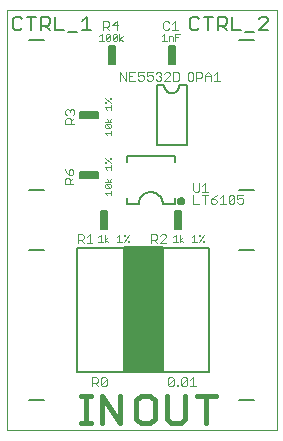
<source format=gto>
G75*
%MOIN*%
%OFA0B0*%
%FSLAX24Y24*%
%IPPOS*%
%LPD*%
%AMOC8*
5,1,8,0,0,1.08239X$1,22.5*
%
%ADD10C,0.0000*%
%ADD11C,0.0050*%
%ADD12C,0.0030*%
%ADD13C,0.0020*%
%ADD14C,0.0080*%
%ADD15C,0.0170*%
%ADD16C,0.0160*%
D10*
X000180Y000317D02*
X000180Y014317D01*
X009180Y014317D01*
X009180Y000317D01*
X000180Y000317D01*
D11*
X002532Y002265D02*
X006930Y002265D01*
X006930Y006416D01*
X002532Y006416D01*
X002532Y002265D01*
X004080Y002267D02*
X005380Y002267D01*
X005380Y006417D01*
X004080Y006417D01*
X004080Y002267D01*
X004080Y002305D02*
X005380Y002305D01*
X005380Y002354D02*
X004080Y002354D01*
X004080Y002402D02*
X005380Y002402D01*
X005380Y002451D02*
X004080Y002451D01*
X004080Y002499D02*
X005380Y002499D01*
X005380Y002548D02*
X004080Y002548D01*
X004080Y002596D02*
X005380Y002596D01*
X005380Y002645D02*
X004080Y002645D01*
X004080Y002693D02*
X005380Y002693D01*
X005380Y002742D02*
X004080Y002742D01*
X004080Y002790D02*
X005380Y002790D01*
X005380Y002839D02*
X004080Y002839D01*
X004080Y002887D02*
X005380Y002887D01*
X005380Y002936D02*
X004080Y002936D01*
X004080Y002984D02*
X005380Y002984D01*
X005380Y003033D02*
X004080Y003033D01*
X004080Y003081D02*
X005380Y003081D01*
X005380Y003130D02*
X004080Y003130D01*
X004080Y003178D02*
X005380Y003178D01*
X005380Y003227D02*
X004080Y003227D01*
X004080Y003275D02*
X005380Y003275D01*
X005380Y003324D02*
X004080Y003324D01*
X004080Y003372D02*
X005380Y003372D01*
X005380Y003421D02*
X004080Y003421D01*
X004080Y003469D02*
X005380Y003469D01*
X005380Y003518D02*
X004080Y003518D01*
X004080Y003566D02*
X005380Y003566D01*
X005380Y003615D02*
X004080Y003615D01*
X004080Y003663D02*
X005380Y003663D01*
X005380Y003712D02*
X004080Y003712D01*
X004080Y003760D02*
X005380Y003760D01*
X005380Y003809D02*
X004080Y003809D01*
X004080Y003857D02*
X005380Y003857D01*
X005380Y003906D02*
X004080Y003906D01*
X004080Y003954D02*
X005380Y003954D01*
X005380Y004003D02*
X004080Y004003D01*
X004080Y004051D02*
X005380Y004051D01*
X005380Y004100D02*
X004080Y004100D01*
X004080Y004148D02*
X005380Y004148D01*
X005380Y004197D02*
X004080Y004197D01*
X004080Y004245D02*
X005380Y004245D01*
X005380Y004294D02*
X004080Y004294D01*
X004080Y004342D02*
X005380Y004342D01*
X005380Y004391D02*
X004080Y004391D01*
X004080Y004439D02*
X005380Y004439D01*
X005380Y004488D02*
X004080Y004488D01*
X004080Y004536D02*
X005380Y004536D01*
X005380Y004585D02*
X004080Y004585D01*
X004080Y004633D02*
X005380Y004633D01*
X005380Y004682D02*
X004080Y004682D01*
X004080Y004730D02*
X005380Y004730D01*
X005380Y004779D02*
X004080Y004779D01*
X004080Y004827D02*
X005380Y004827D01*
X005380Y004876D02*
X004080Y004876D01*
X004080Y004924D02*
X005380Y004924D01*
X005380Y004973D02*
X004080Y004973D01*
X004080Y005021D02*
X005380Y005021D01*
X005380Y005070D02*
X004080Y005070D01*
X004080Y005118D02*
X005380Y005118D01*
X005380Y005167D02*
X004080Y005167D01*
X004080Y005215D02*
X005380Y005215D01*
X005380Y005264D02*
X004080Y005264D01*
X004080Y005312D02*
X005380Y005312D01*
X005380Y005361D02*
X004080Y005361D01*
X004080Y005409D02*
X005380Y005409D01*
X005380Y005458D02*
X004080Y005458D01*
X004080Y005506D02*
X005380Y005506D01*
X005380Y005555D02*
X004080Y005555D01*
X004080Y005603D02*
X005380Y005603D01*
X005380Y005652D02*
X004080Y005652D01*
X004080Y005700D02*
X005380Y005700D01*
X005380Y005749D02*
X004080Y005749D01*
X004080Y005797D02*
X005380Y005797D01*
X005380Y005846D02*
X004080Y005846D01*
X004080Y005894D02*
X005380Y005894D01*
X005380Y005943D02*
X004080Y005943D01*
X004080Y005991D02*
X005380Y005991D01*
X005380Y006040D02*
X004080Y006040D01*
X004080Y006088D02*
X005380Y006088D01*
X005380Y006137D02*
X004080Y006137D01*
X004080Y006185D02*
X005380Y006185D01*
X005380Y006234D02*
X004080Y006234D01*
X004080Y006282D02*
X005380Y006282D01*
X005380Y006331D02*
X004080Y006331D01*
X004080Y006379D02*
X005380Y006379D01*
X005780Y007017D02*
X005780Y007617D01*
X005980Y007617D01*
X005980Y007017D01*
X005780Y007017D01*
X005780Y007058D02*
X005980Y007058D01*
X005980Y007107D02*
X005780Y007107D01*
X005780Y007155D02*
X005980Y007155D01*
X005980Y007204D02*
X005780Y007204D01*
X005780Y007252D02*
X005980Y007252D01*
X005980Y007301D02*
X005780Y007301D01*
X005780Y007349D02*
X005980Y007349D01*
X005980Y007398D02*
X005780Y007398D01*
X005780Y007446D02*
X005980Y007446D01*
X005980Y007495D02*
X005780Y007495D01*
X005780Y007543D02*
X005980Y007543D01*
X005980Y007592D02*
X005780Y007592D01*
X005780Y007867D02*
X005780Y008067D01*
X005780Y007867D02*
X005380Y007867D01*
X005378Y007906D01*
X005372Y007945D01*
X005363Y007983D01*
X005350Y008020D01*
X005333Y008056D01*
X005313Y008089D01*
X005289Y008121D01*
X005263Y008150D01*
X005234Y008176D01*
X005202Y008200D01*
X005169Y008220D01*
X005133Y008237D01*
X005096Y008250D01*
X005058Y008259D01*
X005019Y008265D01*
X004980Y008267D01*
X004941Y008265D01*
X004902Y008259D01*
X004864Y008250D01*
X004827Y008237D01*
X004791Y008220D01*
X004758Y008200D01*
X004726Y008176D01*
X004697Y008150D01*
X004671Y008121D01*
X004647Y008089D01*
X004627Y008056D01*
X004610Y008020D01*
X004597Y007983D01*
X004588Y007945D01*
X004582Y007906D01*
X004580Y007867D01*
X004180Y007867D01*
X004180Y008067D01*
X003530Y007617D02*
X003530Y007017D01*
X003330Y007017D01*
X003330Y007617D01*
X003530Y007617D01*
X003530Y007592D02*
X003330Y007592D01*
X003330Y007543D02*
X003530Y007543D01*
X003530Y007495D02*
X003330Y007495D01*
X003330Y007446D02*
X003530Y007446D01*
X003530Y007398D02*
X003330Y007398D01*
X003330Y007349D02*
X003530Y007349D01*
X003530Y007301D02*
X003330Y007301D01*
X003330Y007252D02*
X003530Y007252D01*
X003530Y007204D02*
X003330Y007204D01*
X003330Y007155D02*
X003530Y007155D01*
X003530Y007107D02*
X003330Y007107D01*
X003330Y007058D02*
X003530Y007058D01*
X003230Y008717D02*
X002630Y008717D01*
X002630Y008917D01*
X003230Y008917D01*
X003230Y008717D01*
X003230Y008756D02*
X002630Y008756D01*
X002630Y008804D02*
X003230Y008804D01*
X003230Y008853D02*
X002630Y008853D01*
X002630Y008901D02*
X003230Y008901D01*
X004180Y009267D02*
X004180Y009467D01*
X005780Y009467D01*
X005780Y009267D01*
X006180Y009817D02*
X005180Y009817D01*
X005180Y011817D01*
X005430Y011817D01*
X005432Y011787D01*
X005437Y011757D01*
X005446Y011728D01*
X005459Y011701D01*
X005474Y011675D01*
X005493Y011651D01*
X005514Y011630D01*
X005538Y011611D01*
X005564Y011596D01*
X005591Y011583D01*
X005620Y011574D01*
X005650Y011569D01*
X005680Y011567D01*
X005710Y011569D01*
X005740Y011574D01*
X005769Y011583D01*
X005796Y011596D01*
X005822Y011611D01*
X005846Y011630D01*
X005867Y011651D01*
X005886Y011675D01*
X005901Y011701D01*
X005914Y011728D01*
X005923Y011757D01*
X005928Y011787D01*
X005930Y011817D01*
X006180Y011817D01*
X006180Y009817D01*
X005780Y012517D02*
X005580Y012517D01*
X005580Y013117D01*
X005780Y013117D01*
X005780Y012517D01*
X005780Y012539D02*
X005580Y012539D01*
X005580Y012587D02*
X005780Y012587D01*
X005780Y012636D02*
X005580Y012636D01*
X005580Y012684D02*
X005780Y012684D01*
X005780Y012733D02*
X005580Y012733D01*
X005580Y012781D02*
X005780Y012781D01*
X005780Y012830D02*
X005580Y012830D01*
X005580Y012878D02*
X005780Y012878D01*
X005780Y012927D02*
X005580Y012927D01*
X005580Y012975D02*
X005780Y012975D01*
X005780Y013024D02*
X005580Y013024D01*
X005580Y013072D02*
X005780Y013072D01*
X006369Y013662D02*
X006294Y013737D01*
X006294Y014037D01*
X006369Y014112D01*
X006519Y014112D01*
X006594Y014037D01*
X006754Y014112D02*
X007054Y014112D01*
X006904Y014112D02*
X006904Y013662D01*
X006594Y013737D02*
X006519Y013662D01*
X006369Y013662D01*
X007215Y013662D02*
X007215Y014112D01*
X007440Y014112D01*
X007515Y014037D01*
X007515Y013887D01*
X007440Y013812D01*
X007215Y013812D01*
X007365Y013812D02*
X007515Y013662D01*
X007675Y013662D02*
X007975Y013662D01*
X008135Y013587D02*
X008436Y013587D01*
X008596Y013662D02*
X008896Y013962D01*
X008896Y014037D01*
X008821Y014112D01*
X008671Y014112D01*
X008596Y014037D01*
X008596Y013662D02*
X008896Y013662D01*
X007675Y013662D02*
X007675Y014112D01*
X003780Y013117D02*
X003780Y012517D01*
X003580Y012517D01*
X003580Y013117D01*
X003780Y013117D01*
X003780Y013072D02*
X003580Y013072D01*
X003580Y013024D02*
X003780Y013024D01*
X003780Y012975D02*
X003580Y012975D01*
X003580Y012927D02*
X003780Y012927D01*
X003780Y012878D02*
X003580Y012878D01*
X003580Y012830D02*
X003780Y012830D01*
X003780Y012781D02*
X003580Y012781D01*
X003580Y012733D02*
X003780Y012733D01*
X003780Y012684D02*
X003580Y012684D01*
X003580Y012636D02*
X003780Y012636D01*
X003780Y012587D02*
X003580Y012587D01*
X003580Y012539D02*
X003780Y012539D01*
X002996Y013662D02*
X002696Y013662D01*
X002536Y013587D02*
X002235Y013587D01*
X002075Y013662D02*
X001775Y013662D01*
X001775Y014112D01*
X001615Y014037D02*
X001615Y013887D01*
X001540Y013812D01*
X001315Y013812D01*
X001465Y013812D02*
X001615Y013662D01*
X001615Y014037D02*
X001540Y014112D01*
X001315Y014112D01*
X001315Y013662D01*
X001154Y014112D02*
X000854Y014112D01*
X001004Y014112D02*
X001004Y013662D01*
X000694Y013737D02*
X000619Y013662D01*
X000469Y013662D01*
X000394Y013737D01*
X000394Y014037D01*
X000469Y014112D01*
X000619Y014112D01*
X000694Y014037D01*
X002696Y013962D02*
X002846Y014112D01*
X002846Y013662D01*
X002630Y010917D02*
X003230Y010917D01*
X003230Y010717D01*
X002630Y010717D01*
X002630Y010917D01*
X002630Y010890D02*
X003230Y010890D01*
X003230Y010841D02*
X002630Y010841D01*
X002630Y010793D02*
X003230Y010793D01*
X003230Y010744D02*
X002630Y010744D01*
X004680Y006417D02*
X004680Y002267D01*
D12*
X005554Y002039D02*
X005554Y001845D01*
X005748Y002039D01*
X005748Y001845D01*
X005699Y001797D01*
X005603Y001797D01*
X005554Y001845D01*
X005554Y002039D02*
X005603Y002087D01*
X005699Y002087D01*
X005748Y002039D01*
X005849Y001845D02*
X005897Y001845D01*
X005897Y001797D01*
X005849Y001797D01*
X005849Y001845D01*
X005996Y001845D02*
X005996Y002039D01*
X006045Y002087D01*
X006141Y002087D01*
X006190Y002039D01*
X005996Y001845D01*
X006045Y001797D01*
X006141Y001797D01*
X006190Y001845D01*
X006190Y002039D01*
X006291Y001990D02*
X006388Y002087D01*
X006388Y001797D01*
X006484Y001797D02*
X006291Y001797D01*
X003513Y001845D02*
X003465Y001797D01*
X003368Y001797D01*
X003320Y001845D01*
X003513Y002039D01*
X003513Y001845D01*
X003320Y001845D02*
X003320Y002039D01*
X003368Y002087D01*
X003465Y002087D01*
X003513Y002039D01*
X003219Y002039D02*
X003219Y001942D01*
X003170Y001893D01*
X003025Y001893D01*
X003025Y001797D02*
X003025Y002087D01*
X003170Y002087D01*
X003219Y002039D01*
X003122Y001893D02*
X003219Y001797D01*
X003038Y006572D02*
X002845Y006572D01*
X002942Y006572D02*
X002942Y006862D01*
X002845Y006765D01*
X002744Y006717D02*
X002744Y006814D01*
X002695Y006862D01*
X002550Y006862D01*
X002550Y006572D01*
X002550Y006668D02*
X002695Y006668D01*
X002744Y006717D01*
X002647Y006668D02*
X002744Y006572D01*
X002400Y008537D02*
X002110Y008537D01*
X002110Y008682D01*
X002158Y008731D01*
X002255Y008731D01*
X002303Y008682D01*
X002303Y008537D01*
X002303Y008634D02*
X002400Y008731D01*
X002352Y008832D02*
X002400Y008880D01*
X002400Y008977D01*
X002352Y009025D01*
X002303Y009025D01*
X002255Y008977D01*
X002255Y008832D01*
X002352Y008832D01*
X002255Y008832D02*
X002158Y008928D01*
X002110Y009025D01*
X002135Y010537D02*
X002135Y010682D01*
X002183Y010731D01*
X002280Y010731D01*
X002328Y010682D01*
X002328Y010537D01*
X002328Y010634D02*
X002425Y010731D01*
X002377Y010832D02*
X002425Y010880D01*
X002425Y010977D01*
X002377Y011025D01*
X002328Y011025D01*
X002280Y010977D01*
X002280Y010928D01*
X002280Y010977D02*
X002232Y011025D01*
X002183Y011025D01*
X002135Y010977D01*
X002135Y010880D01*
X002183Y010832D01*
X002135Y010537D02*
X002425Y010537D01*
X003964Y011972D02*
X003964Y012262D01*
X004157Y011972D01*
X004157Y012262D01*
X004258Y012262D02*
X004258Y011972D01*
X004452Y011972D01*
X004553Y012020D02*
X004601Y011972D01*
X004698Y011972D01*
X004747Y012020D01*
X004747Y012117D01*
X004698Y012165D01*
X004650Y012165D01*
X004553Y012117D01*
X004553Y012262D01*
X004747Y012262D01*
X004848Y012262D02*
X004848Y012117D01*
X004944Y012165D01*
X004993Y012165D01*
X005041Y012117D01*
X005041Y012020D01*
X004993Y011972D01*
X004896Y011972D01*
X004848Y012020D01*
X004848Y012262D02*
X005041Y012262D01*
X005142Y012214D02*
X005191Y012262D01*
X005287Y012262D01*
X005336Y012214D01*
X005336Y012165D01*
X005287Y012117D01*
X005336Y012068D01*
X005336Y012020D01*
X005287Y011972D01*
X005191Y011972D01*
X005142Y012020D01*
X005239Y012117D02*
X005287Y012117D01*
X005437Y012214D02*
X005485Y012262D01*
X005582Y012262D01*
X005630Y012214D01*
X005630Y012165D01*
X005437Y011972D01*
X005630Y011972D01*
X005732Y011972D02*
X005877Y011972D01*
X005925Y012020D01*
X005925Y012214D01*
X005877Y012262D01*
X005732Y012262D01*
X005732Y011972D01*
X006206Y012020D02*
X006254Y011972D01*
X006351Y011972D01*
X006399Y012020D01*
X006399Y012214D01*
X006351Y012262D01*
X006254Y012262D01*
X006206Y012214D01*
X006206Y012020D01*
X006500Y011972D02*
X006500Y012262D01*
X006645Y012262D01*
X006694Y012214D01*
X006694Y012117D01*
X006645Y012068D01*
X006500Y012068D01*
X006795Y012117D02*
X006988Y012117D01*
X006988Y012165D02*
X006988Y011972D01*
X007090Y011972D02*
X007283Y011972D01*
X007186Y011972D02*
X007186Y012262D01*
X007090Y012165D01*
X006988Y012165D02*
X006892Y012262D01*
X006795Y012165D01*
X006795Y011972D01*
X005888Y013672D02*
X005695Y013672D01*
X005792Y013672D02*
X005792Y013962D01*
X005695Y013865D01*
X005594Y013914D02*
X005545Y013962D01*
X005449Y013962D01*
X005400Y013914D01*
X005400Y013720D01*
X005449Y013672D01*
X005545Y013672D01*
X005594Y013720D01*
X004452Y012262D02*
X004258Y012262D01*
X004258Y012117D02*
X004355Y012117D01*
X003840Y013672D02*
X003840Y013962D01*
X003695Y013817D01*
X003888Y013817D01*
X003594Y013817D02*
X003545Y013768D01*
X003400Y013768D01*
X003400Y013672D02*
X003400Y013962D01*
X003545Y013962D01*
X003594Y013914D01*
X003594Y013817D01*
X003497Y013768D02*
X003594Y013672D01*
X006395Y008562D02*
X006395Y008320D01*
X006443Y008272D01*
X006540Y008272D01*
X006588Y008320D01*
X006588Y008562D01*
X006690Y008465D02*
X006786Y008562D01*
X006786Y008272D01*
X006690Y008272D02*
X006883Y008272D01*
X006883Y008162D02*
X006690Y008162D01*
X006786Y008162D02*
X006786Y007872D01*
X006588Y007872D02*
X006395Y007872D01*
X006395Y008162D01*
X006984Y008017D02*
X006984Y007920D01*
X007033Y007872D01*
X007129Y007872D01*
X007178Y007920D01*
X007178Y007968D01*
X007129Y008017D01*
X006984Y008017D01*
X007081Y008114D01*
X007178Y008162D01*
X007279Y008065D02*
X007376Y008162D01*
X007376Y007872D01*
X007472Y007872D02*
X007279Y007872D01*
X007574Y007920D02*
X007767Y008114D01*
X007767Y007920D01*
X007719Y007872D01*
X007622Y007872D01*
X007574Y007920D01*
X007574Y008114D01*
X007622Y008162D01*
X007719Y008162D01*
X007767Y008114D01*
X007868Y008162D02*
X007868Y008017D01*
X007965Y008065D01*
X008013Y008065D01*
X008062Y008017D01*
X008062Y007920D01*
X008013Y007872D01*
X007917Y007872D01*
X007868Y007920D01*
X007868Y008162D02*
X008062Y008162D01*
X005488Y006814D02*
X005488Y006765D01*
X005295Y006572D01*
X005488Y006572D01*
X005488Y006814D02*
X005440Y006862D01*
X005343Y006862D01*
X005295Y006814D01*
X005194Y006814D02*
X005194Y006717D01*
X005145Y006668D01*
X005000Y006668D01*
X005000Y006572D02*
X005000Y006862D01*
X005145Y006862D01*
X005194Y006814D01*
X005097Y006668D02*
X005194Y006572D01*
D13*
X005738Y006607D02*
X005884Y006607D01*
X005811Y006607D02*
X005811Y006827D01*
X005738Y006753D01*
X005959Y006680D02*
X006069Y006753D01*
X005959Y006680D02*
X006069Y006607D01*
X005959Y006607D02*
X005959Y006827D01*
X006364Y006753D02*
X006437Y006827D01*
X006437Y006607D01*
X006364Y006607D02*
X006510Y006607D01*
X006585Y006607D02*
X006768Y006827D01*
X006621Y006827D02*
X006621Y006790D01*
X006585Y006790D01*
X006585Y006827D01*
X006621Y006827D01*
X006731Y006643D02*
X006768Y006643D01*
X006768Y006607D01*
X006731Y006607D01*
X006731Y006643D01*
X004268Y006643D02*
X004268Y006607D01*
X004231Y006607D01*
X004231Y006643D01*
X004268Y006643D01*
X004121Y006790D02*
X004085Y006790D01*
X004085Y006827D01*
X004121Y006827D01*
X004121Y006790D01*
X004268Y006827D02*
X004085Y006607D01*
X004010Y006607D02*
X003864Y006607D01*
X003937Y006607D02*
X003937Y006827D01*
X003864Y006753D01*
X003569Y006753D02*
X003459Y006680D01*
X003569Y006607D01*
X003459Y006607D02*
X003459Y006827D01*
X003311Y006827D02*
X003311Y006607D01*
X003238Y006607D02*
X003384Y006607D01*
X003238Y006753D02*
X003311Y006827D01*
X003518Y008164D02*
X003445Y008237D01*
X003665Y008237D01*
X003665Y008164D02*
X003665Y008310D01*
X003628Y008385D02*
X003665Y008421D01*
X003665Y008495D01*
X003628Y008531D01*
X003482Y008531D01*
X003628Y008385D01*
X003482Y008385D01*
X003445Y008421D01*
X003445Y008495D01*
X003482Y008531D01*
X003445Y008606D02*
X003665Y008606D01*
X003592Y008606D02*
X003665Y008716D01*
X003592Y008606D02*
X003518Y008716D01*
X003518Y009011D02*
X003445Y009084D01*
X003665Y009084D01*
X003665Y009011D02*
X003665Y009158D01*
X003665Y009232D02*
X003445Y009415D01*
X003445Y009269D02*
X003482Y009269D01*
X003482Y009232D01*
X003445Y009232D01*
X003445Y009269D01*
X003628Y009379D02*
X003628Y009415D01*
X003665Y009415D01*
X003665Y009379D01*
X003628Y009379D01*
X003665Y010164D02*
X003665Y010310D01*
X003665Y010237D02*
X003445Y010237D01*
X003518Y010164D01*
X003482Y010385D02*
X003445Y010421D01*
X003445Y010495D01*
X003482Y010531D01*
X003628Y010385D01*
X003665Y010421D01*
X003665Y010495D01*
X003628Y010531D01*
X003482Y010531D01*
X003445Y010606D02*
X003665Y010606D01*
X003592Y010606D02*
X003665Y010716D01*
X003592Y010606D02*
X003518Y010716D01*
X003518Y011011D02*
X003445Y011084D01*
X003665Y011084D01*
X003665Y011011D02*
X003665Y011158D01*
X003665Y011232D02*
X003445Y011415D01*
X003445Y011269D02*
X003482Y011269D01*
X003482Y011232D01*
X003445Y011232D01*
X003445Y011269D01*
X003628Y011379D02*
X003628Y011415D01*
X003665Y011415D01*
X003665Y011379D01*
X003628Y011379D01*
X003628Y010385D02*
X003482Y010385D01*
X003524Y013307D02*
X003487Y013343D01*
X003634Y013490D01*
X003634Y013343D01*
X003598Y013307D01*
X003524Y013307D01*
X003487Y013343D02*
X003487Y013490D01*
X003524Y013527D01*
X003598Y013527D01*
X003634Y013490D01*
X003708Y013490D02*
X003708Y013343D01*
X003855Y013490D01*
X003855Y013343D01*
X003819Y013307D01*
X003745Y013307D01*
X003708Y013343D01*
X003708Y013490D02*
X003745Y013527D01*
X003819Y013527D01*
X003855Y013490D01*
X003929Y013527D02*
X003929Y013307D01*
X003929Y013380D02*
X004039Y013453D01*
X003929Y013380D02*
X004039Y013307D01*
X003413Y013307D02*
X003266Y013307D01*
X003340Y013307D02*
X003340Y013527D01*
X003266Y013453D01*
X005359Y013453D02*
X005432Y013527D01*
X005432Y013307D01*
X005359Y013307D02*
X005505Y013307D01*
X005580Y013307D02*
X005580Y013453D01*
X005690Y013453D01*
X005726Y013417D01*
X005726Y013307D01*
X005800Y013307D02*
X005800Y013527D01*
X005947Y013527D01*
X005874Y013417D02*
X005800Y013417D01*
D14*
X007930Y013317D02*
X008430Y013317D01*
X008430Y008317D02*
X007930Y008317D01*
X007930Y006317D02*
X008430Y006317D01*
X008430Y001317D02*
X007930Y001317D01*
X001430Y001317D02*
X000930Y001317D01*
X000930Y006317D02*
X001430Y006317D01*
X001430Y008317D02*
X000930Y008317D01*
X000930Y013317D02*
X001430Y013317D01*
D15*
X002671Y001482D02*
X002981Y001482D01*
X002826Y001482D02*
X002826Y000552D01*
X002671Y000552D02*
X002981Y000552D01*
X003346Y000552D02*
X003346Y001482D01*
X003967Y000552D01*
X003967Y001482D01*
X004496Y001327D02*
X004496Y000707D01*
X004651Y000552D01*
X004961Y000552D01*
X005116Y000707D01*
X005116Y001327D01*
X004961Y001482D01*
X004651Y001482D01*
X004496Y001327D01*
X005509Y001482D02*
X005509Y000707D01*
X005664Y000552D01*
X005974Y000552D01*
X006129Y000707D01*
X006129Y001482D01*
X006521Y001482D02*
X007142Y001482D01*
X006832Y001482D02*
X006832Y000552D01*
D16*
X005930Y007967D02*
X005932Y007980D01*
X005937Y007993D01*
X005946Y008004D01*
X005957Y008011D01*
X005970Y008016D01*
X005983Y008017D01*
X005997Y008014D01*
X006009Y008008D01*
X006019Y007999D01*
X006026Y007987D01*
X006030Y007974D01*
X006030Y007960D01*
X006026Y007947D01*
X006019Y007935D01*
X006009Y007926D01*
X005997Y007920D01*
X005983Y007917D01*
X005970Y007918D01*
X005957Y007923D01*
X005946Y007930D01*
X005937Y007941D01*
X005932Y007954D01*
X005930Y007967D01*
M02*

</source>
